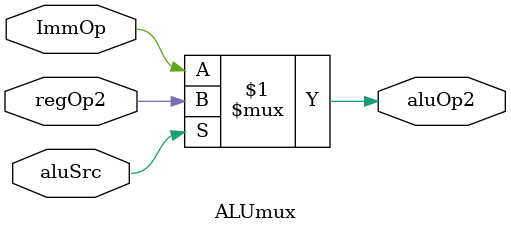
<source format=sv>
module ALUmux(
    input logic     aluSrc,    //select
    input logic     regOp2,    //if 0
    input logic     ImmOp,     //if 1
    output logic    aluOp2     //outputs second alu input
);

assign aluOp2 = aluSrc ? regOp2:ImmOp;

endmodule
</source>
